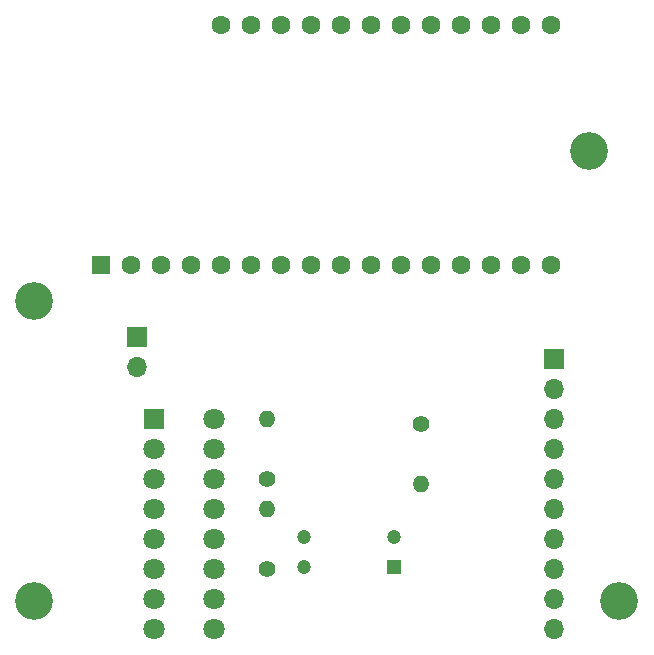
<source format=gbs>
G04 #@! TF.GenerationSoftware,KiCad,Pcbnew,7.0.7*
G04 #@! TF.CreationDate,2023-10-16T22:46:46-07:00*
G04 #@! TF.ProjectId,Load Cell Ground Systems,4c6f6164-2043-4656-9c6c-2047726f756e,rev?*
G04 #@! TF.SameCoordinates,Original*
G04 #@! TF.FileFunction,Soldermask,Bot*
G04 #@! TF.FilePolarity,Negative*
%FSLAX46Y46*%
G04 Gerber Fmt 4.6, Leading zero omitted, Abs format (unit mm)*
G04 Created by KiCad (PCBNEW 7.0.7) date 2023-10-16 22:46:46*
%MOMM*%
%LPD*%
G01*
G04 APERTURE LIST*
%ADD10C,3.200000*%
%ADD11R,1.800000X1.800000*%
%ADD12C,1.800000*%
%ADD13C,1.400000*%
%ADD14O,1.400000X1.400000*%
%ADD15R,1.600000X1.600000*%
%ADD16C,1.600000*%
%ADD17R,1.200000X1.200000*%
%ADD18C,1.200000*%
%ADD19R,1.700000X1.700000*%
%ADD20O,1.700000X1.700000*%
G04 APERTURE END LIST*
D10*
X29210000Y-50800000D03*
X78740000Y-76200000D03*
D11*
X39370000Y-60790000D03*
D12*
X44450000Y-60790000D03*
X39370000Y-63330000D03*
X44450000Y-63330000D03*
X39370000Y-65870000D03*
X44450000Y-65870000D03*
X39370000Y-68410000D03*
X44450000Y-68410000D03*
X39370000Y-70950000D03*
X44450000Y-70950000D03*
X39370000Y-73490000D03*
X44450000Y-73490000D03*
X39370000Y-76030000D03*
X44450000Y-76030000D03*
X39370000Y-78570000D03*
X44450000Y-78570000D03*
D13*
X48890000Y-73530000D03*
D14*
X48890000Y-68450000D03*
D15*
X34850000Y-47760000D03*
D16*
X37390000Y-47760000D03*
X39930000Y-47760000D03*
X42470000Y-47760000D03*
X45010000Y-47760000D03*
X47550000Y-47760000D03*
X50090000Y-47760000D03*
X52630000Y-47760000D03*
X55170000Y-47760000D03*
X57710000Y-47760000D03*
X60250000Y-47760000D03*
X62790000Y-47760000D03*
X65330000Y-47760000D03*
X67870000Y-47760000D03*
X70410000Y-47760000D03*
X72950000Y-47760000D03*
X72950000Y-27440000D03*
X70410000Y-27440000D03*
X67870000Y-27440000D03*
X65330000Y-27440000D03*
X62790000Y-27440000D03*
X60250000Y-27440000D03*
X57710000Y-27440000D03*
X55170000Y-27440000D03*
X52630000Y-27440000D03*
X50090000Y-27440000D03*
X47550000Y-27440000D03*
X45010000Y-27440000D03*
D13*
X61910000Y-61260000D03*
D14*
X61910000Y-66340000D03*
D10*
X29210000Y-76200000D03*
D17*
X59660000Y-73380000D03*
D18*
X59660000Y-70840000D03*
X52040000Y-70840000D03*
X52040000Y-73380000D03*
D19*
X37915000Y-53840000D03*
D20*
X37915000Y-56380000D03*
D10*
X76200000Y-38100000D03*
D13*
X48910000Y-65900000D03*
D14*
X48910000Y-60820000D03*
D19*
X73160000Y-55750000D03*
D20*
X73160000Y-58290000D03*
X73160000Y-60830000D03*
X73160000Y-63370000D03*
X73160000Y-65910000D03*
X73160000Y-68450000D03*
X73160000Y-70990000D03*
X73160000Y-73530000D03*
X73160000Y-76070000D03*
X73160000Y-78610000D03*
M02*

</source>
